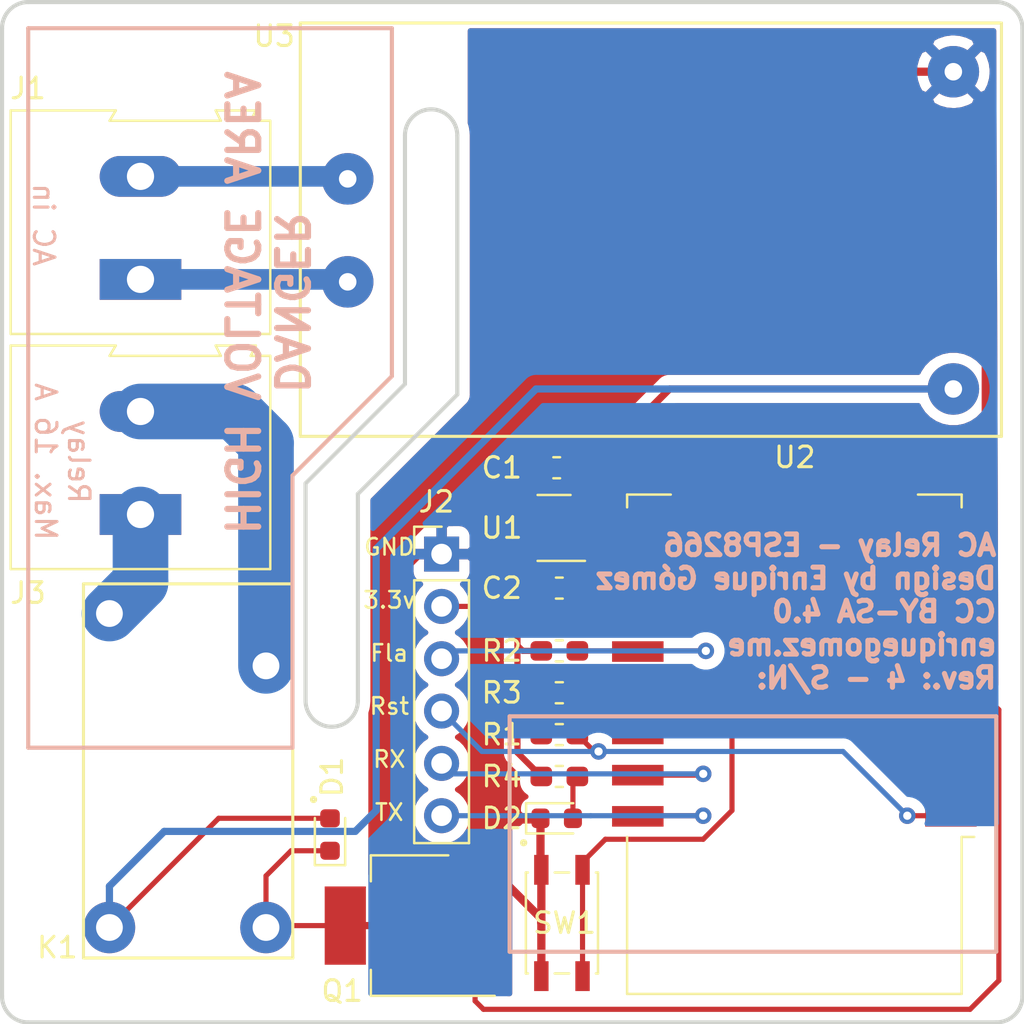
<source format=kicad_pcb>
(kicad_pcb (version 20211014) (generator pcbnew)
  (layers (0 "F.Cu" signal) (31 "B.Cu" signal) (34 "B.Paste" user) (35 "F.Paste" user) (36 "B.SilkS" user "B.Silkscreen") (37 "F.SilkS" user "F.Silkscreen") (38 "B.Mask" user) (39 "F.Mask" user) (44 "Edge.Cuts" user))
  (net 0 "")
  (net 1 "+5V")
  (net 2 "Net-(D1-Pad1)")
  (net 3 "Net-(J3-Pad1)")
  (net 4 "Net-(J3-Pad2)")
  (net 5 "Net-(J1-Pad2)")
  (net 6 "Net-(J1-Pad1)")
  (net 7 "GND")
  (net 8 "Net-(D2-Pad2)")
  (net 9 "+3V3")
  (net 10 "/Button")
  (net 11 "/Flash")
  (net 12 "/Rst")
  (net 13 "Net-(U2-Pad2)")
  (net 14 "/Relay")
  (net 15 "Net-(U2-Pad5)")
  (net 16 "Net-(U2-Pad6)")
  (net 17 "Net-(U2-Pad7)")
  (net 18 "Net-(U2-Pad9)")
  (net 19 "Net-(U2-Pad10)")
  (net 20 "Net-(U2-Pad11)")
  (net 21 "Net-(U2-Pad12)")
  (net 22 "Net-(U2-Pad13)")
  (net 23 "Net-(U2-Pad14)")
  (net 24 "Net-(U2-Pad20)")
  (net 25 "/RX")
  (net 26 "/TX")
  (net 27 "Net-(U1-Pad4)")
  (footprint "red:HLK-PM01" (layer "F.Cu") (at 83.058 68.072)
    (fp_text reference "U3" (at -1.27 -19.431) (layer "F.SilkS"))
    (fp_text value "HLK-PM01" hide)
    (fp_line (start 0 0) (end 0 -20.066) (layer "F.SilkS") (width 0.15))
    (fp_line (start 34.036 0) (end 0 0) (layer "F.SilkS") (width 0.15))
    (fp_line (start 0 -20.066) (end 34.036 -20.066) (layer "F.SilkS") (width 0.15))
    (fp_line (start 34.036 -20.066) (end 34.036 0) (layer "F.SilkS") (width 0.15))
    (pad "1" thru_hole circle locked (at 2.3 -12.5) (size 2.5 2.5) (drill 0.85) (layers *.Cu *.Mask) (net 5 "Net-(J1-Pad2)"))
    (pad "2" thru_hole circle locked (at 2.3 -7.5) (size 2.5 2.5) (drill 0.85) (layers *.Cu *.Mask) (net 6 "Net-(J1-Pad1)"))
    (pad "3" thru_hole circle locked (at 31.7 -17.7) (size 2.5 2.5) (drill 0.85) (layers *.Cu *.Mask) (net 7 "GND"))
    (pad "4" thru_hole circle locked (at 31.7 -2.3) (size 2.5 2.5) (drill 0.85) (layers *.Cu *.Mask) (net 1 "+5V"))
  )
  (footprint "TerminalBlock:TerminalBlock_Altech_AK300-2_P5.00mm" (layer "F.Cu") (at 75.3 60.452 90)
    (fp_text reference "J1" (at 9.271 -5.461 180) (layer "F.SilkS"))
    (fp_text value "Screw_Terminal_01x02" hide)
    (fp_line (start -2.65 6.3) (end 7.7 6.3) (layer "F.SilkS") (width 0.12))
    (fp_line (start 8.2 5.6) (end 8.2 3.7) (layer "F.SilkS") (width 0.12))
    (fp_line (start 8.2 -1.2) (end 8.2 -6.3) (layer "F.SilkS") (width 0.12))
    (fp_line (start 7.7 6.3) (end 7.7 5.35) (layer "F.SilkS") (width 0.12))
    (fp_line (start -2.65 -6.3) (end -2.65 6.3) (layer "F.SilkS") (width 0.12))
    (fp_line (start 7.7 -1.5) (end 8.2 -1.2) (layer "F.SilkS") (width 0.12))
    (fp_line (start 7.7 3.9) (end 7.7 -1.5) (layer "F.SilkS") (width 0.12))
    (fp_line (start 7.7 5.35) (end 8.2 5.6) (layer "F.SilkS") (width 0.12))
    (fp_line (start 8.2 3.7) (end 8.2 3.65) (layer "F.SilkS") (width 0.12))
    (fp_line (start 8.2 -6.3) (end -2.65 -6.3) (layer "F.SilkS") (width 0.12))
    (fp_line (start 8.2 3.65) (end 7.7 3.9) (layer "F.SilkS") (width 0.12))
    (pad "1" thru_hole rect locked (at 0 0 90) (size 1.98 3.96) (drill 1.32) (layers *.Cu *.Mask) (net 6 "Net-(J1-Pad1)"))
    (pad "2" thru_hole oval locked (at 5 0 90) (size 1.98 3.96) (drill 1.32) (layers *.Cu *.Mask) (net 5 "Net-(J1-Pad2)"))
  )
  (footprint "TerminalBlock:TerminalBlock_Altech_AK300-2_P5.00mm" (layer "F.Cu") (at 75.3 71.865 90)
    (fp_text reference "J3" (at -3.81 -5.461 180) (layer "F.SilkS"))
    (fp_text value "Screw_Terminal_01x02" hide)
    (fp_line (start -2.65 -6.3) (end -2.65 6.3) (layer "F.SilkS") (width 0.12))
    (fp_line (start 8.2 5.6) (end 8.2 3.7) (layer "F.SilkS") (width 0.12))
    (fp_line (start 8.2 -1.2) (end 8.2 -6.3) (layer "F.SilkS") (width 0.12))
    (fp_line (start 8.2 3.7) (end 8.2 3.65) (layer "F.SilkS") (width 0.12))
    (fp_line (start -2.65 6.3) (end 7.7 6.3) (layer "F.SilkS") (width 0.12))
    (fp_line (start 8.2 3.65) (end 7.7 3.9) (layer "F.SilkS") (width 0.12))
    (fp_line (start 7.7 -1.5) (end 8.2 -1.2) (layer "F.SilkS") (width 0.12))
    (fp_line (start 8.2 -6.3) (end -2.65 -6.3) (layer "F.SilkS") (width 0.12))
    (fp_line (start 7.7 3.9) (end 7.7 -1.5) (layer "F.SilkS") (width 0.12))
    (fp_line (start 7.7 5.35) (end 8.2 5.6) (layer "F.SilkS") (width 0.12))
    (fp_line (start 7.7 6.3) (end 7.7 5.35) (layer "F.SilkS") (width 0.12))
    (pad "1" thru_hole rect locked (at 0 0 90) (size 1.98 3.96) (drill 1.32) (layers *.Cu *.Mask) (net 3 "Net-(J3-Pad1)"))
    (pad "2" thru_hole oval locked (at 5 0 90) (size 1.98 3.96) (drill 1.32) (layers *.Cu *.Mask) (net 4 "Net-(J3-Pad2)"))
  )
  (footprint "Resistor_SMD:R_0603_1608Metric_Pad1.05x0.95mm_HandSolder" (layer "F.Cu") (at 95.631 84.582 180)
    (fp_text reference "R4" (at 2.794 0 180) (layer "F.SilkS"))
    (fp_text value "82.5" hide)
    (fp_line (start -0.171267 0.51) (end 0.171267 0.51) (layer "F.SilkS") (width 0.12))
    (fp_line (start -0.171267 -0.51) (end 0.171267 -0.51) (layer "F.SilkS") (width 0.12))
    (pad "1" smd roundrect locked (at -0.875 0 180) (size 1.05 0.95) (layers "F.Cu" "F.Paste" "F.Mask") (net 8 "Net-(D2-Pad2)"))
    (pad "2" smd roundrect locked (at 0.875 0 180) (size 1.05 0.95) (layers "F.Cu" "F.Paste" "F.Mask") (net 9 "+3V3"))
  )
  (footprint "Resistor_SMD:R_0603_1608Metric_Pad1.05x0.95mm_HandSolder" (layer "F.Cu") (at 95.631 80.518 180)
    (fp_text reference "R3" (at 2.794 0 180) (layer "F.SilkS"))
    (fp_text value "10k" hide)
    (fp_line (start -0.171267 -0.51) (end 0.171267 -0.51) (layer "F.SilkS") (width 0.12))
    (fp_line (start -0.171267 0.51) (end 0.171267 0.51) (layer "F.SilkS") (width 0.12))
    (pad "1" smd roundrect locked (at -0.875 0 180) (size 1.05 0.95) (layers "F.Cu" "F.Paste" "F.Mask") (net 10 "/Button"))
    (pad "2" smd roundrect locked (at 0.875 0 180) (size 1.05 0.95) (layers "F.Cu" "F.Paste" "F.Mask") (net 9 "+3V3"))
  )
  (footprint "Resistor_SMD:R_0603_1608Metric_Pad1.05x0.95mm_HandSolder" (layer "F.Cu") (at 95.631 78.486)
    (fp_text reference "R2" (at -2.794 0) (layer "F.SilkS"))
    (fp_text value "10k" hide)
    (fp_line (start -0.171267 0.51) (end 0.171267 0.51) (layer "F.SilkS") (width 0.12))
    (fp_line (start -0.171267 -0.51) (end 0.171267 -0.51) (layer "F.SilkS") (width 0.12))
    (pad "1" smd roundrect locked (at -0.875 0) (size 1.05 0.95) (layers "F.Cu" "F.Paste" "F.Mask") (net 9 "+3V3"))
    (pad "2" smd roundrect locked (at 0.875 0) (size 1.05 0.95) (layers "F.Cu" "F.Paste" "F.Mask") (net 11 "/Flash"))
  )
  (footprint "Resistor_SMD:R_0603_1608Metric_Pad1.05x0.95mm_HandSolder" (layer "F.Cu") (at 95.631 82.55 180)
    (fp_text reference "R1" (at 2.794 0 180) (layer "F.SilkS"))
    (fp_text value "10k" hide)
    (fp_line (start -0.171267 0.51) (end 0.171267 0.51) (layer "F.SilkS") (width 0.12))
    (fp_line (start -0.171267 -0.51) (end 0.171267 -0.51) (layer "F.SilkS") (width 0.12))
    (pad "1" smd roundrect locked (at -0.875 0 180) (size 1.05 0.95) (layers "F.Cu" "F.Paste" "F.Mask") (net 12 "/Rst"))
    (pad "2" smd roundrect locked (at 0.875 0 180) (size 1.05 0.95) (layers "F.Cu" "F.Paste" "F.Mask") (net 9 "+3V3"))
  )
  (footprint "RF_Module:ESP-12E" (layer "F.Cu") (at 107.041 83.018 180)
    (fp_text reference "U2" (at -0.02 13.93 180) (layer "F.SilkS"))
    (fp_text value "ESP-12E" hide)
    (fp_line (start 8.12 12.12) (end 6 12.12) (layer "F.SilkS") (width 0.12))
    (fp_line (start -8.12 12.12) (end -8.12 11.5) (layer "F.SilkS") (width 0.12))
    (fp_line (start -8.12 -12.12) (end 8.12 -12.12) (layer "F.SilkS") (width 0.12))
    (fp_line (start 8.12 11.5) (end 8.12 12.12) (layer "F.SilkS") (width 0.12))
    (fp_line (start -8.12 -4.5) (end -8.73 -4.5) (layer "F.SilkS") (width 0.12))
    (fp_line (start 8.12 -12.12) (end 8.12 -4.5) (layer "F.SilkS") (width 0.12))
    (fp_line (start -8.12 -4.5) (end -8.12 -12.12) (layer "F.SilkS") (width 0.12))
    (fp_line (start -6 12.12) (end -8.12 12.12) (layer "F.SilkS") (width 0.12))
    (pad "1" smd rect locked (at -7.6 -3.5 180) (size 2.5 1) (layers "F.Cu" "F.Paste" "F.Mask") (net 12 "/Rst"))
    (pad "2" smd rect locked (at -7.6 -1.5 180) (size 2.5 1) (layers "F.Cu" "F.Paste" "F.Mask") (net 13 "Net-(U2-Pad2)"))
    (pad "3" smd rect locked (at -7.6 0.5 180) (size 2.5 1) (layers "F.Cu" "F.Paste" "F.Mask") (net 9 "+3V3"))
    (pad "4" smd rect locked (at -7.6 2.5 180) (size 2.5 1) (layers "F.Cu" "F.Paste" "F.Mask") (net 14 "/Relay"))
    (pad "5" smd rect locked (at -7.6 4.5 180) (size 2.5 1) (layers "F.Cu" "F.Paste" "F.Mask") (net 15 "Net-(U2-Pad5)"))
    (pad "6" smd rect locked (at -7.6 6.5 180) (size 2.5 1) (layers "F.Cu" "F.Paste" "F.Mask") (net 16 "Net-(U2-Pad6)"))
    (pad "7" smd rect locked (at -7.6 8.5 180) (size 2.5 1) (layers "F.Cu" "F.Paste" "F.Mask") (net 17 "Net-(U2-Pad7)"))
    (pad "8" smd rect locked (at -7.6 10.5 180) (size 2.5 1) (layers "F.Cu" "F.Paste" "F.Mask") (net 9 "+3V3"))
    (pad "9" smd rect locked (at -5 12 180) (size 1 1.8) (layers "F.Cu" "F.Paste" "F.Mask") (net 18 "Net-(U2-Pad9)"))
    (pad "10" smd rect locked (at -3 12 180) (size 1 1.8) (layers "F.Cu" "F.Paste" "F.Mask") (net 19 "Net-(U2-Pad10)"))
    (pad "11" smd rect locked (at -1 12 180) (size 1 1.8) (layers "F.Cu" "F.Paste" "F.Mask") (net 20 "Net-(U2-Pad11)"))
    (pad "12" smd rect locked (at 1 12 180) (size 1 1.8) (layers "F.Cu" "F.Paste" "F.Mask") (net 21 "Net-(U2-Pad12)"))
    (pad "13" smd rect locked (at 3 12 180) (size 1 1.8) (layers "F.Cu" "F.Paste" "F.Mask") (net 22 "Net-(U2-Pad13)"))
    (pad "14" smd rect locked (at 5 12 180) (size 1 1.8) (layers "F.Cu" "F.Paste" "F.Mask") (net 23 "Net-(U2-Pad14)"))
    (pad "15" smd rect locked (at 7.6 10.5 180) (size 2.5 1) (layers "F.Cu" "F.Paste" "F.Mask") (net 7 "GND"))
    (pad "16" smd rect locked (at 7.6 8.5 180) (size 2.5 1) (layers "F.Cu" "F.Paste" "F.Mask") (net 7 "GND"))
    (pad "17" smd rect locked (at 7.6 6.5 180) (size 2.5 1) (layers "F.Cu" "F.Paste" "F.Mask") (net 9 "+3V3"))
    (pad "18" smd rect locked (at 7.6 4.5 180) (size 2.5 1) (layers "F.Cu" "F.Paste" "F.Mask") (net 11 "/Flash"))
    (pad "19" smd rect locked (at 7.6 2.5 180) (size 2.5 1) (layers "F.Cu" "F.Paste" "F.Mask") (net 10 "/Button"))
    (pad "20" smd rect locked (at 7.6 0.5 180) (size 2.5 1) (layers "F.Cu" "F.Paste" "F.Mask") (net 24 "Net-(U2-Pad20)"))
    (pad "21" smd rect locked (at 7.6 -1.5 180) (size 2.5 1) (layers "F.Cu" "F.Paste" "F.Mask") (net 25 "/RX"))
    (pad "22" smd rect locked (at 7.6 -3.5 180) (size 2.5 1) (layers "F.Cu" "F.Paste" "F.Mask") (net 26 "/TX"))
  )
  (footprint "Package_SO:TSOP-5_1.65x3.05mm_P0.95mm" (layer "F.Cu") (at 95.377 72.517 180)
    (fp_text reference "U1" (at 2.54 0) (layer "F.SilkS"))
    (fp_text value "BU33SD5WG-TR" hide)
    (fp_line (start -0.8 1.6) (end 0.8 1.6) (layer "F.SilkS") (width 0.12))
    (fp_line (start 0.8 -1.6) (end -1.5 -1.6) (layer "F.SilkS") (width 0.12))
    (pad "1" smd rect locked (at -1.16 -0.95 180) (size 0.7 0.51) (layers "F.Cu" "F.Paste" "F.Mask") (net 1 "+5V"))
    (pad "2" smd rect locked (at -1.16 0 180) (size 0.7 0.51) (layers "F.Cu" "F.Paste" "F.Mask") (net 7 "GND"))
    (pad "3" smd rect locked (at -1.16 0.95 180) (size 0.7 0.51) (layers "F.Cu" "F.Paste" "F.Mask") (net 1 "+5V"))
    (pad "4" smd rect locked (at 1.16 0.95 180) (size 0.7 0.51) (layers "F.Cu" "F.Paste" "F.Mask") (net 27 "Net-(U1-Pad4)"))
    (pad "5" smd rect locked (at 1.16 -0.95 180) (size 0.7 0.51) (layers "F.Cu" "F.Paste" "F.Mask") (net 9 "+3V3"))
  )
  (footprint "LED_SMD:LED_0603_1608Metric" (layer "F.Cu") (at 95.504 86.614)
    (fp_text reference "D2" (at -2.667 0) (layer "F.SilkS"))
    (fp_text value "LED_verde" hide)
    (fp_line (start 0.8 -0.735) (end -1.485 -0.735) (layer "F.SilkS") (width 0.12))
    (fp_line (start -1.485 -0.735) (end -1.485 0.735) (layer "F.SilkS") (width 0.12))
    (fp_line (start -1.485 0.735) (end 0.8 0.735) (layer "F.SilkS") (width 0.12))
    (pad "1" smd roundrect locked (at -0.7875 0) (size 0.875 0.95) (layers "F.Cu" "F.Paste" "F.Mask") (net 7 "GND"))
    (pad "2" smd roundrect locked (at 0.7875 0) (size 0.875 0.95) (layers "F.Cu" "F.Paste" "F.Mask") (net 8 "Net-(D2-Pad2)"))
  )
  (footprint "Diode_SMD:D_0603_1608Metric" (layer "F.Cu") (at 84.5 87.4 90)
    (fp_text reference "D1" (at 2.8 0.1 90) (layer "F.SilkS"))
    (fp_text value "RGF1B")
    (fp_line (start 0.8 -0.735) (end -1.485 -0.735) (layer "F.SilkS") (width 0.12))
    (fp_line (start -1.485 -0.735) (end -1.485 0.735) (layer "F.SilkS") (width 0.12))
    (fp_line (start -1.485 0.735) (end 0.8 0.735) (layer "F.SilkS") (width 0.12))
    (pad "1" smd roundrect locked (at -0.7875 0 90) (size 0.875 0.95) (layers "F.Cu" "F.Paste" "F.Mask") (net 2 "Net-(D1-Pad1)"))
    (pad "2" smd roundrect locked (at 0.7875 0 90) (size 0.875 0.95) (layers "F.Cu" "F.Paste" "F.Mask") (net 1 "+5V"))
  )
  (footprint "Connector_PinHeader_2.54mm:PinHeader_1x06_P2.54mm_Vertical" (layer "F.Cu") (at 89.916 73.787)
    (fp_text reference "J2" (at -0.254 -2.54 180) (layer "F.SilkS"))
    (fp_text value "Conn_01x06_Female" hide)
    (fp_line (start -1.33 1.27) (end 1.33 1.27) (layer "F.SilkS") (width 0.12))
    (fp_line (start -1.33 0) (end -1.33 -1.33) (layer "F.SilkS") (width 0.12))
    (fp_line (start -1.33 14.03) (end 1.33 14.03) (layer "F.SilkS") (width 0.12))
    (fp_line (start 1.33 1.27) (end 1.33 14.03) (layer "F.SilkS") (width 0.12))
    (fp_line (start -1.33 1.27) (end -1.33 14.03) (layer "F.SilkS") (width 0.12))
    (fp_line (start -1.33 -1.33) (end 0 -1.33) (layer "F.SilkS") (width 0.12))
    (pad "1" thru_hole rect locked (at 0 0) (size 1.7 1.7) (drill 1) (layers *.Cu *.Mask) (net 7 "GND"))
    (pad "2" thru_hole oval locked (at 0 2.54) (size 1.7 1.7) (drill 1) (layers *.Cu *.Mask) (net 9 "+3V3"))
    (pad "3" thru_hole oval locked (at 0 5.08) (size 1.7 1.7) (drill 1) (layers *.Cu *.Mask) (net 11 "/Flash"))
    (pad "4" thru_hole oval locked (at 0 7.62) (size 1.7 1.7) (drill 1) (layers *.Cu *.Mask) (net 12 "/Rst"))
    (pad "5" thru_hole oval locked (at 0 10.16) (size 1.7 1.7) (drill 1) (layers *.Cu *.Mask) (net 25 "/RX"))
    (pad "6" thru_hole oval locked (at 0 12.7) (size 1.7 1.7) (drill 1) (layers *.Cu *.Mask) (net 26 "/TX"))
  )
  (footprint "Capacitor_SMD:C_0603_1608Metric" (layer "F.Cu") (at 95.504 69.596 180)
    (fp_text reference "C1" (at 2.667 0 180) (layer "F.SilkS"))
    (fp_text value "0.47uF" hide)
    (fp_line (start -0.162779 -0.51) (end 0.162779 -0.51) (layer "F.SilkS") (width 0.12))
    (fp_line (start -0.162779 0.51) (end 0.162779 0.51) (layer "F.SilkS") (width 0.12))
    (pad "1" smd roundrect locked (at -0.7875 0 180) (size 0.875 0.95) (layers "F.Cu" "F.Paste" "F.Mask") (net 1 "+5V"))
    (pad "2" smd roundrect locked (at 0.7875 0 180) (size 0.875 0.95) (layers "F.Cu" "F.Paste" "F.Mask") (net 7 "GND"))
  )
  (footprint "Capacitor_SMD:C_0603_1608Metric" (layer "F.Cu") (at 95.631 75.438)
    (fp_text reference "C2" (at -2.794 0) (layer "F.SilkS"))
    (fp_text value "0.47uF" hide)
    (fp_line (start -0.162779 0.51) (end 0.162779 0.51) (layer "F.SilkS") (width 0.12))
    (fp_line (start -0.162779 -0.51) (end 0.162779 -0.51) (layer "F.SilkS") (width 0.12))
    (pad "1" smd roundrect locked (at -0.7875 0) (size 0.875 0.95) (layers "F.Cu" "F.Paste" "F.Mask") (net 9 "+3V3"))
    (pad "2" smd roundrect locked (at 0.7875 0) (size 0.875 0.95) (layers "F.Cu" "F.Paste" "F.Mask") (net 7 "GND"))
  )
  (footprint "Button_Switch_SMD:SW_SPST_EVQP2" (layer "F.Cu") (at 95.758 91.694 -90)
    (fp_text reference "SW1" (at 0 -0.127 180) (layer "F.SilkS"))
    (fp_text value "SW_Push" hide)
    (fp_line (start -2.45 -0.35) (end -2.45 0.35) (layer "F.SilkS") (width 0.12))
    (fp_line (start 2.45 -1.75) (end 2.45 -1.65) (layer "F.SilkS") (width 0.12))
    (fp_line (start -2.45 1.75) (end 2.45 1.75) (layer "F.SilkS") (width 0.12))
    (fp_line (start -2.45 1.65) (end -2.45 1.75) (layer "F.SilkS") (width 0.12))
    (fp_line (start 2.45 1.75) (end 2.45 1.65) (layer "F.SilkS") (width 0.12))
    (fp_line (start -2.45 -1.75) (end -2.45 -1.65) (layer "F.SilkS") (width 0.12))
    (fp_line (start 2.45 -0.35) (end 2.45 0.35) (layer "F.SilkS") (width 0.12))
    (fp_line (start 2.45 -1.75) (end -2.45 -1.75) (layer "F.SilkS") (width 0.12))
    (pad "1" smd rect locked (at 2.58 -1 270) (size 1.45 0.7) (layers "F.Cu" "F.Paste" "F.Mask") (net 10 "/Button"))
    (pad "1" smd rect locked (at -2.58 -1 270) (size 1.45 0.7) (layers "F.Cu" "F.Paste" "F.Mask") (net 10 "/Button"))
    (pad "2" smd rect locked (at 2.58 1 270) (size 1.45 0.7) (layers "F.Cu" "F.Paste" "F.Mask") (net 7 "GND"))
    (pad "2" smd rect locked (at -2.58 1 270) (size 1.45 0.7) (layers "F.Cu" "F.Paste" "F.Mask") (net 7 "GND"))
  )
  (footprint "Package_TO_SOT_SMD:SOT-223" (layer "F.Cu") (at 88.392 91.821 180)
    (fp_text reference "Q1" (at 3.302 -3.175) (layer "F.SilkS"))
    (fp_text value "FDN537N")
    (fp_line (start 1.91 3.41) (end 1.91 2.15) (layer "F.SilkS") (width 0.12))
    (fp_line (start -1.85 3.41) (end 1.91 3.41) (layer "F.SilkS") (width 0.12))
    (fp_line (start 1.91 -3.41) (end 1.91 -2.15) (layer "F.SilkS") (width 0.12))
    (fp_line (start -4.1 -3.41) (end 1.91 -3.41) (layer "F.SilkS") (width 0.12))
    (pad "1" smd rect locked (at -3.15 -2.3 180) (size 2 1.5) (layers "F.Cu" "F.Paste" "F.Mask") (net 14 "/Relay"))
    (pad "2" smd rect locked (at -3.15 0 180) (size 2 1.5) (layers "F.Cu" "F.Paste" "F.Mask") (net 2 "Net-(D1-Pad1)"))
    (pad "3" smd rect locked (at -3.15 2.3 180) (size 2 1.5) (layers "F.Cu" "F.Paste" "F.Mask") (net 7 "GND"))
    (pad "4" smd rect locked (at 3.15 0 180) (size 2 3.8) (layers "F.Cu" "F.Paste" "F.Mask") (net 2 "Net-(D1-Pad1)"))
  )
  (footprint "red:Rele-1461492-2" (layer "F.Cu") (at 82.6925 93.393 90)
    (fp_text reference "K1" (at 0.508 -11.43) (layer "F.SilkS"))
    (fp_text value "1461492-2" hide)
    (fp_line (start 0 0) (end 18.161 0) (layer "F.SilkS") (width 0.15))
    (fp_line (start 18.161 -10.16) (end 0 -10.16) (layer "F.SilkS") (width 0.15))
    (fp_line (start 0 -10.16) (end 0 0) (layer "F.SilkS") (width 0.15))
    (fp_line (start 18.161 0) (end 18.161 -10.16) (layer "F.SilkS") (width 0.15))
    (pad "1" thru_hole circle locked (at 1.48 -1.3 90) (size 2.5 2.5) (drill 1.3) (layers *.Cu *.Mask) (net 2 "Net-(D1-Pad1)"))
    (pad "2" thru_hole circle locked (at 1.48 -8.9 90) (size 2.5 2.5) (drill 1.3) (layers *.Cu *.Mask) (net 1 "+5V"))
    (pad "3" thru_hole circle locked (at 16.72 -8.9 90) (size 2.5 2.5) (drill 1.3) (layers *.Cu *.Mask) (net 3 "Net-(J3-Pad1)"))
    (pad "4" thru_hole circle locked (at 14.18 -1.3 90) (size 2.5 2.5) (drill 1.3) (layers *.Cu *.Mask) (net 4 "Net-(J3-Pad2)"))
  )
  (gr_line (start 87.503 65.151) (end 82.677 69.977) (layer "B.SilkS") (width 0.2))
  (gr_line (start 82.677 83.185) (end 69.85 83.185) (layer "B.SilkS") (width 0.2))
  (gr_line (start 93.218 93.091) (end 116.84 93.091) (layer "B.SilkS") (width 0.2))
  (gr_line (start 116.84 81.661) (end 93.218 81.661) (layer "B.SilkS") (width 0.2))
  (gr_line (start 82.677 83.185) (end 82.677 69.977) (layer "B.SilkS") (width 0.2))
  (gr_line (start 93.218 81.661) (end 93.218 93.091) (layer "B.SilkS") (width 0.2))
  (gr_line (start 87.503 48.26) (end 87.503 65.151) (layer "B.SilkS") (width 0.2))
  (gr_line (start 116.84 93.091) (end 116.84 81.661) (layer "B.SilkS") (width 0.2))
  (gr_line (start 69.85 83.185) (end 69.85 48.26) (layer "B.SilkS") (width 0.2))
  (gr_line (start 69.85 48.26) (end 87.503 48.26) (layer "B.SilkS") (width 0.2))
  (gr_circle (center 83.7 85.7) (end 83.8 85.7) (layer "F.SilkS") (width 0.15) (fill none))
  (gr_circle (center 93.9 87.8) (end 94 87.8) (layer "F.SilkS") (width 0.15) (fill none))
  (gr_arc (start 88.138 53.467) (mid 89.408 52.197) (end 90.678 53.467) (layer "Edge.Cuts") (width 0.2))
  (gr_line (start 90.678 53.467) (end 90.678 66.04) (layer "Edge.Cuts") (width 0.2))
  (gr_line (start 88.138 53.467) (end 88.138 65.532) (layer "Edge.Cuts") (width 0.2))
  (gr_line (start 85.852 70.866) (end 85.852 80.899) (layer "Edge.Cuts") (width 0.2))
  (gr_arc (start 68.58 48.26) (mid 68.951974 47.361974) (end 69.85 46.99) (layer "Edge.Cuts") (width 0.2))
  (gr_line (start 118.11 95.25) (end 118.11 48.26) (layer "Edge.Cuts") (width 0.2))
  (gr_line (start 83.312 70.358) (end 83.312 80.899) (layer "Edge.Cuts") (width 0.2))
  (gr_line (start 90.678 66.04) (end 85.852 70.866) (layer "Edge.Cuts") (width 0.2))
  (gr_line (start 69.85 96.52) (end 116.84 96.52) (layer "Edge.Cuts") (width 0.2))
  (gr_line (start 116.84 46.99) (end 69.85 46.99) (layer "Edge.Cuts") (width 0.2))
  (gr_arc (start 118.11 95.25) (mid 117.738026 96.148026) (end 116.84 96.52) (layer "Edge.Cuts") (width 0.2))
  (gr_arc (start 69.85 96.52) (mid 68.951974 96.148026) (end 68.58 95.25) (layer "Edge.Cuts") (width 0.2))
  (gr_line (start 88.138 65.532) (end 83.312 70.358) (layer "Edge.Cuts") (width 0.2))
  (gr_arc (start 85.852 80.899) (mid 84.582 82.169) (end 83.312 80.899) (layer "Edge.Cuts") (width 0.2))
  (gr_line (start 68.58 48.26) (end 68.58 95.25) (layer "Edge.Cuts") (width 0.2))
  (gr_arc (start 116.84 46.99) (mid 117.738026 47.361974) (end 118.11 48.26) (layer "Edge.Cuts") (width 0.2))
  (gr_text "Relay\nMax. 16 A" (at 71.5 69.3 -90) (layer "B.SilkS") (effects (font (size 1 1)) (justify mirror)))
  (gr_text "DANGER\nHIGH VOLTAGE AREA" (at 81.4 61.595 -90) (layer "B.SilkS") (effects (font (size 1.5 1.5) (thickness 0.3)) (justify mirror)))
  (gr_text "AC Relay - ESP8266\nDesign by Enrique Gómez\nCC BY-SA 4.0\nenriquegomez.me\nRev.: 4 - S/N:" (at 116.967 76.581) (layer "B.SilkS") (effects (font (size 1 1) (thickness 0.25)) (justify left mirror)))
  (gr_text "AC in" (at 70.6 57.8 270) (layer "B.SilkS") (effects (font (size 1 1)) (justify mirror)))
  (gr_text "GND\n\n3.3v\n\nFla\n\nRst\n\nRX\n\nTX" (at 87.376 79.883) (layer "F.SilkS") (effects (font (size 0.8 0.8) (thickness 0.125))))
  (segment (start 100.979 65.772) (end 114.758 65.772) (width 0.35) (layer "F.Cu") (net 1))
  (segment (start 96.537 73.467) (end 95.937 73.467) (width 0.35) (layer "F.Cu") (net 1))
  (segment (start 79.093 86.6125) (end 73.7925 91.913) (width 0.25) (layer "F.Cu") (net 1))
  (segment (start 95.377 72.009) (end 95.377 71.247) (width 0.35) (layer "F.Cu") (net 1))
  (segment (start 95.819 71.567) (end 96.537 71.567) (width 0.35) (layer "F.Cu") (net 1))
  (segment (start 95.937 73.467) (end 95.377 72.907) (width 0.35) (layer "F.Cu") (net 1))
  (segment (start 97.155 69.596) (end 100.979 65.772) (width 0.35) (layer "F.Cu") (net 1))
  (segment (start 95.377 72.263) (end 95.377 72.009) (width 0.35) (layer "F.Cu") (net 1))
  (segment (start 95.377 72.009) (end 95.819 71.567) (width 0.35) (layer "F.Cu") (net 1))
  (segment (start 84.5 86.6125) (end 79.093 86.6125) (width 0.25) (layer "F.Cu") (net 1))
  (segment (start 96.2915 69.596) (end 97.155 69.596) (width 0.35) (layer "F.Cu") (net 1))
  (segment (start 95.377 71.247) (end 96.2915 70.3325) (width 0.35) (layer "F.Cu") (net 1))
  (segment (start 96.2915 70.3325) (end 96.2915 69.596) (width 0.35) (layer "F.Cu") (net 1))
  (segment (start 95.377 72.907) (end 95.377 72.263) (width 0.35) (layer "F.Cu") (net 1))
  (segment (start 76.451 87.249) (end 73.7925 89.9075) (width 0.35) (layer "B.Cu") (net 1))
  (segment (start 85.725 87.249) (end 76.451 87.249) (width 0.35) (layer "B.Cu") (net 1))
  (segment (start 86.741 73.533) (end 86.741 86.233) (width 0.35) (layer "B.Cu") (net 1))
  (segment (start 86.741 86.233) (end 85.725 87.249) (width 0.35) (layer "B.Cu") (net 1))
  (segment (start 94.502 65.772) (end 86.741 73.533) (width 0.35) (layer "B.Cu") (net 1))
  (segment (start 73.7925 89.9075) (end 73.7925 91.913) (width 0.35) (layer "B.Cu") (net 1))
  (segment (start 114.758 65.772) (end 94.502 65.772) (width 0.35) (layer "B.Cu") (net 1))
  (segment (start 81.3925 89.4075) (end 82.6125 88.1875) (width 0.25) (layer "F.Cu") (net 2))
  (segment (start 85.283 91.78) (end 85.242 91.821) (width 0.25) (layer "F.Cu") (net 2))
  (segment (start 81.3925 91.913) (end 81.3925 89.4075) (width 0.25) (layer "F.Cu") (net 2))
  (segment (start 82.6125 88.1875) (end 84.5 88.1875) (width 0.25) (layer "F.Cu") (net 2))
  (segment (start 84.8615 91.4405) (end 85.242 91.821) (width 0.25) (layer "F.Cu") (net 2))
  (segment (start 86.492 91.821) (end 91.542 91.821) (width 0.35) (layer "F.Cu") (net 2))
  (segment (start 85.242 91.821) (end 81.4845 91.821) (width 0.25) (layer "F.Cu") (net 2))
  (segment (start 85.242 91.821) (end 86.492 91.821) (width 0.35) (layer "F.Cu") (net 2))
  (segment (start 81.4845 91.821) (end 81.3925 91.913) (width 0.25) (layer "F.Cu") (net 2))
  (segment (start 85.198 91.865) (end 85.242 91.821) (width 0.35) (layer "F.Cu") (net 2))
  (segment (start 75.3 75.1655) (end 73.7925 76.673) (width 2.7) (layer "B.Cu") (net 3))
  (segment (start 75.3 71.865) (end 75.3 75.1655) (width 2.7) (layer "B.Cu") (net 3))
  (segment (start 81.3925 68.3925) (end 79.882 66.882) (width 2.7) (layer "B.Cu") (net 4))
  (segment (start 81.3925 79.213) (end 81.3925 68.3925) (width 2.7) (layer "B.Cu") (net 4))
  (segment (start 75.3 66.865) (end 79.865 66.865) (width 2.7) (layer "B.Cu") (net 4))
  (segment (start 79.865 66.865) (end 79.882 66.882) (width 0.25) (layer "B.Cu") (net 4))
  (segment (start 75.692 55.452) (end 85.238 55.452) (width 1) (layer "B.Cu") (net 5))
  (segment (start 85.238 55.452) (end 85.358 55.572) (width 0.25) (layer "B.Cu") (net 5))
  (segment (start 85.238 60.452) (end 85.358 60.572) (width 0.25) (layer "B.Cu") (net 6))
  (segment (start 75.692 60.452) (end 85.238 60.452) (width 1) (layer "B.Cu") (net 6))
  (segment (start 94.7165 69.596) (end 91.694 69.596) (width 0.4) (layer "F.Cu") (net 7))
  (segment (start 115.189 68.453) (end 115.443 68.453) (width 0.4) (layer "F.Cu") (net 7))
  (segment (start 94.615 66.675) (end 94.488 66.802) (width 0.4) (layer "F.Cu") (net 7))
  (segment (start 96.956 75.438) (end 97.536 74.858) (width 0.4) (layer "F.Cu") (net 7))
  (segment (start 94.758 89.114) (end 94.758 91.694) (width 0.4) (layer "F.Cu") (net 7))
  (segment (start 87.503 73.787) (end 91.694 69.596) (width 0.4) (layer "F.Cu") (net 7))
  (segment (start 97.536 72.517) (end 97.536 71.628) (width 0.4) (layer "F.Cu") (net 7))
  (segment (start 99.44 72.517) (end 99.441 72.518) (width 0.4) (layer "F.Cu") (net 7))
  (segment (start 96.537 72.517) (end 97.536 72.517) (width 0.4) (layer "F.Cu") (net 7))
  (segment (start 92.792 89.521) (end 94.758 91.487) (width 0.4) (layer "F.Cu") (net 7))
  (segment (start 116.332 51.946) (end 114.758 50.372) (width 0.4) (layer "F.Cu") (net 7))
  (segment (start 97.941 74.518) (end 99.441 74.518) (width 0.4) (layer "F.Cu") (net 7))
  (segment (start 97.536 74.113) (end 97.941 74.518) (width 0.4) (layer "F.Cu") (net 7))
  (segment (start 94.488 66.802) (end 110.918 50.372) (width 0.4) (layer "F.Cu") (net 7))
  (segment (start 115.443 68.453) (end 116.332 67.564) (width 0.4) (layer "F.Cu") (net 7))
  (segment (start 96.4185 75.438) (end 96.956 75.438) (width 0.4) (layer "F.Cu") (net 7))
  (segment (start 87.503 75.057) (end 87.503 73.787) (width 0.4) (layer "F.Cu") (net 7))
  (segment (start 88.816 73.787) (end 87.546 75.057) (width 0.4) (layer "F.Cu") (net 7))
  (segment (start 97.536 71.628) (end 100.711 68.453) (width 0.4) (layer "F.Cu") (net 7))
  (segment (start 87.546 75.057) (end 87.503 75.057) (width 0.4) (layer "F.Cu") (net 7))
  (segment (start 97.536 73.914) (end 97.536 74.113) (width 0.4) (layer "F.Cu") (net 7))
  (segment (start 91.542 89.521) (end 88.632 89.521) (width 0.4) (layer "F.Cu") (net 7))
  (segment (start 87.503 88.392) (end 87.503 75.057) (width 0.4) (layer "F.Cu") (net 7))
  (segment (start 88.632 89.521) (end 87.503 88.392) (width 0.4) (layer "F.Cu") (net 7))
  (segment (start 94.758 91.694) (end 94.758 94.274) (width 0.4) (layer "F.Cu") (net 7))
  (segment (start 97.536 73.66) (end 97.536 73.914) (width 0.4) (layer "F.Cu") (net 7))
  (segment (start 110.918 50.372) (end 114.758 50.372) (width 0.4) (layer "F.Cu") (net 7))
  (segment (start 97.536 72.517) (end 99.44 72.517) (width 0.4) (layer "F.Cu") (net 7))
  (segment (start 97.536 72.517) (end 97.536 73.66) (width 0.4) (layer "F.Cu") (net 7))
  (segment (start 91.542 89.521) (end 92.792 89.521) (width 0.4) (layer "F.Cu") (net 7))
  (segment (start 91.694 69.596) (end 94.488 66.802) (width 0.4) (layer "F.Cu") (net 7))
  (segment (start 94.7165 89.0285) (end 94.631 89.114) (width 0.4) (layer "F.Cu") (net 7))
  (segment (start 89.916 73.787) (end 88.816 73.787) (width 0.4) (layer "F.Cu") (net 7))
  (segment (start 94.758 91.487) (end 94.758 91.694) (width 0.4) (layer "F.Cu") (net 7))
  (segment (start 94.7165 86.614) (end 94.7165 89.0285) (width 0.4) (layer "F.Cu") (net 7))
  (segment (start 116.332 67.564) (end 116.332 51.946) (width 0.4) (layer "F.Cu") (net 7))
  (segment (start 100.711 68.453) (end 115.189 68.453) (width 0.4) (layer "F.Cu") (net 7))
  (segment (start 97.536 74.858) (end 97.536 73.66) (width 0.4) (layer "F.Cu") (net 7))
  (segment (start 96.2915 86.614) (end 96.2915 84.7965) (width 0.25) (layer "F.Cu") (net 8))
  (segment (start 96.2915 84.7965) (end 96.506 84.582) (width 0.25) (layer "F.Cu") (net 8))
  (segment (start 94.131 82.55) (end 93.599 82.018) (width 0.3) (layer "F.Cu") (net 9))
  (segment (start 93.726 74.676) (end 94.217 74.185) (width 0.3) (layer "F.Cu") (net 9))
  (segment (start 94.756 82.55) (end 94.131 82.55) (width 0.3) (layer "F.Cu") (net 9))
  (segment (start 114.641 82.518) (end 113.411 82.518) (width 0.3) (layer "F.Cu") (net 9))
  (segment (start 105.601 76.518) (end 111.601 82.518) (width 0.3) (layer "F.Cu") (net 9))
  (segment (start 113.411 82.518) (end 113.141 82.518) (width 0.3) (layer "F.Cu") (net 9))
  (segment (start 94.217 74.185) (end 94.217 73.467) (width 0.3) (layer "F.Cu") (net 9))
  (segment (start 93.599 78.994) (end 93.599 78.232) (width 0.3) (layer "F.Cu") (net 9))
  (segment (start 107.887 76.518) (end 111.887 72.518) (width 0.3) (layer "F.Cu") (net 9))
  (segment (start 93.599 80.01) (end 93.599 78.994) (width 0.3) (layer "F.Cu") (net 9))
  (segment (start 99.441 76.518) (end 94.171 76.518) (width 0.3) (layer "F.Cu") (net 9))
  (segment (start 93.599 81.788) (end 93.599 83.425) (width 0.3) (layer "F.Cu") (net 9))
  (segment (start 94.306 75.438) (end 93.726 74.858) (width 0.3) (layer "F.Cu") (net 9))
  (segment (start 99.441 76.518) (end 105.601 76.518) (width 0.3) (layer "F.Cu") (net 9))
  (segment (start 94.171 76.518) (end 93.599 75.946) (width 0.3) (layer "F.Cu") (net 9))
  (segment (start 93.853 78.486) (end 93.599 78.232) (width 0.3) (layer "F.Cu") (net 9))
  (segment (start 93.599 78.232) (end 93.599 77.47) (width 0.3) (layer "F.Cu") (net 9))
  (segment (start 93.726 74.858) (end 93.726 74.676) (width 0.3) (layer "F.Cu") (net 9))
  (segment (start 92.075 76.327) (end 89.916 76.327) (width 0.25) (layer "F.Cu") (net 9))
  (segment (start 93.599 83.425) (end 94.756 84.582) (width 0.3) (layer "F.Cu") (net 9))
  (segment (start 93.599 74.803) (end 92.075 76.327) (width 0.25) (layer "F.Cu") (net 9))
  (segment (start 114.641 72.518) (end 113.141 72.518) (width 0.3) (layer "F.Cu") (net 9))
  (segment (start 93.599 82.018) (end 93.599 81.788) (width 0.3) (layer "F.Cu") (net 9))
  (segment (start 94.8435 75.438) (end 94.306 75.438) (width 0.3) (layer "F.Cu") (net 9))
  (segment (start 105.601 76.518) (end 107.887 76.518) (width 0.3) (layer "F.Cu") (net 9))
  (segment (start 93.599 75.946) (end 93.599 74.803) (width 0.3) (layer "F.Cu") (net 9))
  (segment (start 93.599 81.05) (end 93.599 81.788) (width 0.3) (layer "F.Cu") (net 9))
  (segment (start 94.756 78.486) (end 93.853 78.486) (width 0.3) (layer "F.Cu") (net 9))
  (segment (start 111.887 72.518) (end 114.641 72.518) (width 0.3) (layer "F.Cu") (net 9))
  (segment (start 94.107 80.518) (end 93.599 80.01) (width 0.3) (layer "F.Cu") (net 9))
  (segment (start 93.599 81.05) (end 93.599 80.01) (width 0.3) (layer "F.Cu") (net 9))
  (segment (start 93.599 77.47) (end 93.599 75.946) (width 0.3) (layer "F.Cu") (net 9))
  (segment (start 94.756 80.518) (end 94.107 80.518) (width 0.3) (layer "F.Cu") (net 9))
  (segment (start 111.601 82.518) (end 113.411 82.518) (width 0.3) (layer "F.Cu") (net 9))
  (segment (start 93.599 74.803) (end 93.726 74.676) (width 0.3) (layer "F.Cu") (net 9))
  (segment (start 97.917 80.518) (end 99.441 80.518) (width 0.25) (layer "F.Cu") (net 10))
  (segment (start 104.013 82.55) (end 104.013 86.233) (width 0.25) (layer "F.Cu") (net 10))
  (segment (start 96.758 89.114) (end 96.758 94.274) (width 0.25) (layer "F.Cu") (net 10))
  (segment (start 99.441 80.518) (end 101.981 80.518) (width 0.25) (layer "F.Cu") (net 10))
  (segment (start 96.758 88.739) (end 96.758 89.114) (width 0.25) (layer "F.Cu") (net 10))
  (segment (start 96.506 80.518) (end 97.917 80.518) (width 0.25) (layer "F.Cu") (net 10))
  (segment (start 97.867 87.63) (end 96.758 88.739) (width 0.25) (layer "F.Cu") (net 10))
  (segment (start 102.616 87.63) (end 97.867 87.63) (width 0.25) (layer "F.Cu") (net 10))
  (segment (start 101.981 80.518) (end 104.013 82.55) (width 0.25) (layer "F.Cu") (net 10))
  (segment (start 104.013 86.233) (end 102.616 87.63) (width 0.25) (layer "F.Cu") (net 10))
  (segment (start 99.473 78.486) (end 99.441 78.518) (width 0.25) (layer "F.Cu") (net 11))
  (segment (start 102.743 78.486) (end 99.473 78.486) (width 0.25) (layer "F.Cu") (net 11))
  (segment (start 99.409 78.486) (end 99.441 78.518) (width 0.25) (layer "F.Cu") (net 11))
  (segment (start 96.506 78.486) (end 99.409 78.486) (width 0.25) (layer "F.Cu") (net 11))
  (via (at 102.743 78.486) (size 0.8) (drill 0.4) (layers "F.Cu" "B.Cu") (net 11))
  (segment (start 90.297 78.486) (end 89.916 78.867) (width 0.25) (layer "B.Cu") (net 11))
  (segment (start 102.743 78.486) (end 90.297 78.486) (width 0.25) (layer "B.Cu") (net 11))
  (segment (start 97.536 83.367999) (end 97.464999 83.439) (width 0.25) (layer "F.Cu") (net 12))
  (segment (start 97.464999 83.439) (end 97.395 83.439) (width 0.25) (layer "F.Cu") (net 12))
  (segment (start 112.522 86.487) (end 114.61 86.487) (width 0.25) (layer "F.Cu") (net 12))
  (segment (start 97.395 83.439) (end 96.506 82.55) (width 0.25) (layer "F.Cu") (net 12))
  (segment (start 114.61 86.487) (end 114.641 86.518) (width 0.25) (layer "F.Cu") (net 12))
  (via (at 97.536 83.367999) (size 0.8) (drill 0.4) (layers "F.Cu" "B.Cu") (net 12))
  (via (at 112.522 86.487) (size 0.8) (drill 0.4) (layers "F.Cu" "B.Cu") (net 12))
  (segment (start 109.402999 83.367999) (end 112.522 86.487) (width 0.25) (layer "B.Cu") (net 12))
  (segment (start 97.536 83.367999) (end 109.402999 83.367999) (width 0.25) (layer "B.Cu") (net 12))
  (segment (start 91.876999 83.367999) (end 89.916 81.407) (width 0.25) (layer "B.Cu") (net 12))
  (segment (start 97.536 83.367999) (end 91.876999 83.367999) (width 0.25) (layer "B.Cu") (net 12))
  (segment (start 115.57 95.885) (end 91.948 95.885) (width 0.25) (layer "F.Cu") (net 14))
  (segment (start 116.967 81.344) (end 116.967 94.488) (width 0.25) (layer "F.Cu") (net 14))
  (segment (start 91.542 95.479) (end 91.542 94.121) (width 0.25) (layer "F.Cu") (net 14))
  (segment (start 91.948 95.885) (end 91.542 95.479) (width 0.25) (layer "F.Cu") (net 14))
  (segment (start 116.141 80.518) (end 116.967 81.344) (width 0.25) (layer "F.Cu") (net 14))
  (segment (start 116.967 94.488) (end 115.57 95.885) (width 0.25) (layer "F.Cu") (net 14))
  (segment (start 114.641 80.518) (end 116.141 80.518) (width 0.25) (layer "F.Cu") (net 14))
  (segment (start 99.441 84.518) (end 102.553 84.518) (width 0.25) (layer "F.Cu") (net 25))
  (via (at 102.616 84.455) (size 0.8) (drill 0.4) (layers "F.Cu" "B.Cu") (net 25))
  (segment (start 90.424 84.455) (end 89.916 83.947) (width 0.25) (layer "B.Cu") (net 25))
  (segment (start 102.616 84.455) (end 90.424 84.455) (width 0.25) (layer "B.Cu") (net 25))
  (segment (start 99.472 86.487) (end 99.441 86.518) (width 0.25) (layer "F.Cu") (net 26))
  (segment (start 102.616 86.487) (end 99.472 86.487) (width 0.25) (layer "F.Cu") (net 26))
  (via (at 102.616 86.487) (size 0.8) (drill 0.4) (layers "F.Cu" "B.Cu") (net 26))
  (segment (start 97.155 86.487) (end 102.616 86.487) (width 0.25) (layer "B.Cu") (net 26))
  (segment (start 97.155 86.487) (end 89.916 86.487) (width 0.25) (layer "B.Cu") (net 26))
  (zone (net 7) (net_name "GND") (layer "F.Cu") (connect_pads (clearance 0.508)) (min_thickness 0.254) (fill yes (thermal_gap 0.508) (thermal_bridge_width 0.508))
    (polygon (pts (xy 91.186 48.26) (xy 116.84 48.26) (xy 116.967 86.995) (xy 93.345 86.995) (xy 93.345 95.25) (xy 86.36 95.123) (xy 86.36 71.12) (xy 91.186 66.167)))
  )
  (zone (net 7) (net_name "GND") (layer "B.Cu") (connect_pads (clearance 0.508)) (min_thickness 0.254) (fill yes (thermal_gap 0.508) (thermal_bridge_width 0.508))
    (polygon (pts (xy 91.186 48.26) (xy 116.84 48.26) (xy 116.967 86.995) (xy 93.345 86.995) (xy 93.345 95.25) (xy 86.36 95.25) (xy 86.36 71.12) (xy 91.186 66.167)))
  )
)
</source>
